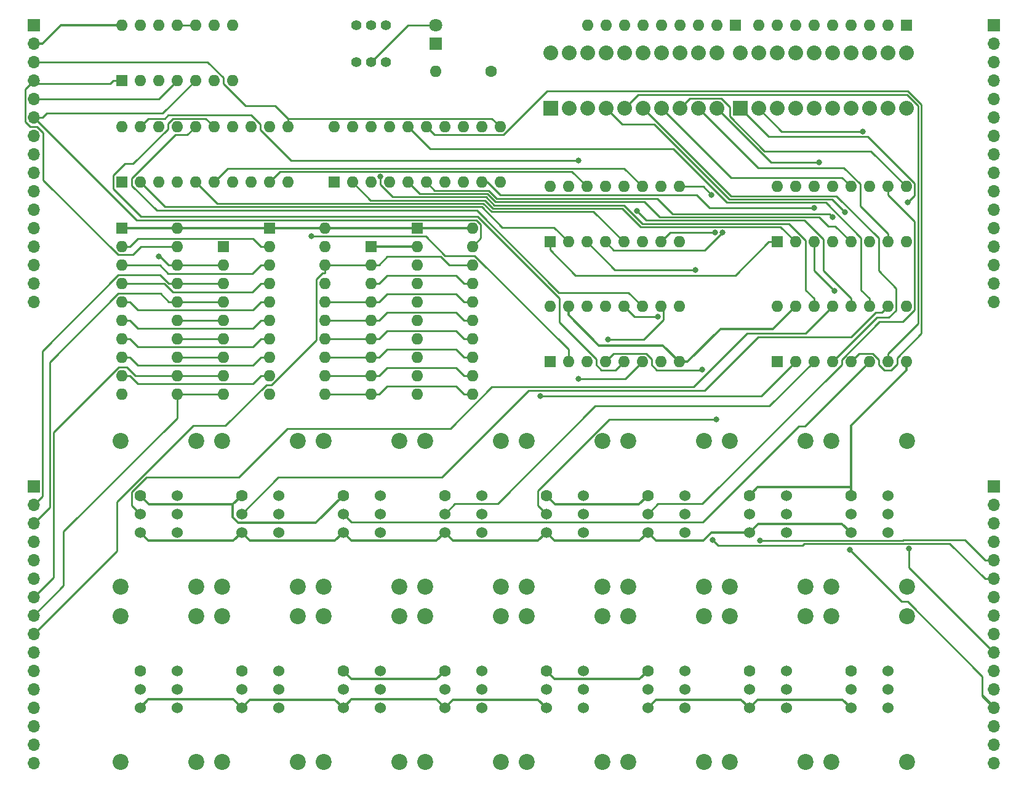
<source format=gtl>
G04 #@! TF.GenerationSoftware,KiCad,Pcbnew,(5.1.2)-2*
G04 #@! TF.CreationDate,2019-08-11T10:56:01+02:00*
G04 #@! TF.ProjectId,Memory-Access-Register,4d656d6f-7279-42d4-9163-636573732d52,rev?*
G04 #@! TF.SameCoordinates,Original*
G04 #@! TF.FileFunction,Copper,L1,Top*
G04 #@! TF.FilePolarity,Positive*
%FSLAX46Y46*%
G04 Gerber Fmt 4.6, Leading zero omitted, Abs format (unit mm)*
G04 Created by KiCad (PCBNEW (5.1.2)-2) date 2019-08-11 10:56:01*
%MOMM*%
%LPD*%
G04 APERTURE LIST*
%ADD10R,1.700000X1.700000*%
%ADD11O,1.700000X1.700000*%
%ADD12C,2.200000*%
%ADD13C,1.600000*%
%ADD14C,1.524000*%
%ADD15C,1.400000*%
%ADD16C,2.032000*%
%ADD17R,2.032000X2.032000*%
%ADD18C,1.800000*%
%ADD19R,1.800000X1.800000*%
%ADD20R,1.600000X1.600000*%
%ADD21O,1.600000X1.600000*%
%ADD22C,0.800000*%
%ADD23C,0.350000*%
%ADD24C,0.250000*%
G04 APERTURE END LIST*
D10*
X169545000Y-98425000D03*
D11*
X169545000Y-100965000D03*
X169545000Y-103505000D03*
X169545000Y-106045000D03*
X169545000Y-108585000D03*
X169545000Y-111125000D03*
X169545000Y-113665000D03*
X169545000Y-116205000D03*
X169545000Y-118745000D03*
X169545000Y-121285000D03*
X169545000Y-123825000D03*
X169545000Y-126365000D03*
X169545000Y-128905000D03*
X169545000Y-131445000D03*
X169545000Y-133985000D03*
X169545000Y-136525000D03*
D12*
X119253000Y-116332000D03*
X119253000Y-136398000D03*
X129667000Y-136398000D03*
X129667000Y-116332000D03*
D13*
X121920000Y-123825000D03*
D14*
X121920000Y-126365000D03*
X121920000Y-128905000D03*
X127000000Y-123825000D03*
X127000000Y-126365000D03*
X127000000Y-128905000D03*
D11*
X169545000Y-73025000D03*
X169545000Y-70485000D03*
X169545000Y-67945000D03*
X169545000Y-65405000D03*
X169545000Y-62865000D03*
X169545000Y-60325000D03*
X169545000Y-57785000D03*
X169545000Y-55245000D03*
X169545000Y-52705000D03*
X169545000Y-50165000D03*
X169545000Y-47625000D03*
X169545000Y-45085000D03*
X169545000Y-42545000D03*
X169545000Y-40005000D03*
X169545000Y-37465000D03*
D10*
X169545000Y-34925000D03*
D14*
X113030000Y-104775000D03*
X113030000Y-102235000D03*
X113030000Y-99695000D03*
X107950000Y-104775000D03*
X107950000Y-102235000D03*
D13*
X107950000Y-99695000D03*
D12*
X115697000Y-92202000D03*
X115697000Y-112268000D03*
X105283000Y-112268000D03*
X105283000Y-92202000D03*
X91313000Y-92202000D03*
X91313000Y-112268000D03*
X101727000Y-112268000D03*
X101727000Y-92202000D03*
D13*
X93980000Y-99695000D03*
D14*
X93980000Y-102235000D03*
X93980000Y-104775000D03*
X99060000Y-99695000D03*
X99060000Y-102235000D03*
X99060000Y-104775000D03*
X85090000Y-104775000D03*
X85090000Y-102235000D03*
X85090000Y-99695000D03*
X80010000Y-104775000D03*
X80010000Y-102235000D03*
D13*
X80010000Y-99695000D03*
D12*
X87757000Y-92202000D03*
X87757000Y-112268000D03*
X77343000Y-112268000D03*
X77343000Y-92202000D03*
X63373000Y-92202000D03*
X63373000Y-112268000D03*
X73787000Y-112268000D03*
X73787000Y-92202000D03*
D13*
X66040000Y-99695000D03*
D14*
X66040000Y-102235000D03*
X66040000Y-104775000D03*
X71120000Y-99695000D03*
X71120000Y-102235000D03*
X71120000Y-104775000D03*
X57150000Y-104775000D03*
X57150000Y-102235000D03*
X57150000Y-99695000D03*
X52070000Y-104775000D03*
X52070000Y-102235000D03*
D13*
X52070000Y-99695000D03*
D12*
X59817000Y-92202000D03*
X59817000Y-112268000D03*
X49403000Y-112268000D03*
X49403000Y-92202000D03*
X63373000Y-116332000D03*
X63373000Y-136398000D03*
X73787000Y-136398000D03*
X73787000Y-116332000D03*
D13*
X66040000Y-123825000D03*
D14*
X66040000Y-126365000D03*
X66040000Y-128905000D03*
X71120000Y-123825000D03*
X71120000Y-126365000D03*
X71120000Y-128905000D03*
X85090000Y-128905000D03*
X85090000Y-126365000D03*
X85090000Y-123825000D03*
X80010000Y-128905000D03*
X80010000Y-126365000D03*
D13*
X80010000Y-123825000D03*
D12*
X87757000Y-116332000D03*
X87757000Y-136398000D03*
X77343000Y-136398000D03*
X77343000Y-116332000D03*
X91313000Y-116332000D03*
X91313000Y-136398000D03*
X101727000Y-136398000D03*
X101727000Y-116332000D03*
D13*
X93980000Y-123825000D03*
D14*
X93980000Y-126365000D03*
X93980000Y-128905000D03*
X99060000Y-123825000D03*
X99060000Y-126365000D03*
X99060000Y-128905000D03*
X113030000Y-128905000D03*
X113030000Y-126365000D03*
X113030000Y-123825000D03*
X107950000Y-128905000D03*
X107950000Y-126365000D03*
D13*
X107950000Y-123825000D03*
D12*
X115697000Y-116332000D03*
X115697000Y-136398000D03*
X105283000Y-136398000D03*
X105283000Y-116332000D03*
D14*
X140970000Y-128905000D03*
X140970000Y-126365000D03*
X140970000Y-123825000D03*
X135890000Y-128905000D03*
X135890000Y-126365000D03*
D13*
X135890000Y-123825000D03*
D12*
X143637000Y-116332000D03*
X143637000Y-136398000D03*
X133223000Y-136398000D03*
X133223000Y-116332000D03*
X147193000Y-116332000D03*
X147193000Y-136398000D03*
X157607000Y-136398000D03*
X157607000Y-116332000D03*
D13*
X149860000Y-123825000D03*
D14*
X149860000Y-126365000D03*
X149860000Y-128905000D03*
X154940000Y-123825000D03*
X154940000Y-126365000D03*
X154940000Y-128905000D03*
X127000000Y-104775000D03*
X127000000Y-102235000D03*
X127000000Y-99695000D03*
X121920000Y-104775000D03*
X121920000Y-102235000D03*
D13*
X121920000Y-99695000D03*
D12*
X129667000Y-92202000D03*
X129667000Y-112268000D03*
X119253000Y-112268000D03*
X119253000Y-92202000D03*
X133223000Y-92202000D03*
X133223000Y-112268000D03*
X143637000Y-112268000D03*
X143637000Y-92202000D03*
D13*
X135890000Y-99695000D03*
D14*
X135890000Y-102235000D03*
X135890000Y-104775000D03*
X140970000Y-99695000D03*
X140970000Y-102235000D03*
X140970000Y-104775000D03*
X154940000Y-104775000D03*
X154940000Y-102235000D03*
X154940000Y-99695000D03*
X149860000Y-104775000D03*
X149860000Y-102235000D03*
D13*
X149860000Y-99695000D03*
D12*
X157607000Y-92202000D03*
X157607000Y-112268000D03*
X147193000Y-112268000D03*
X147193000Y-92202000D03*
X49403000Y-116332000D03*
X49403000Y-136398000D03*
X59817000Y-136398000D03*
X59817000Y-116332000D03*
D13*
X52070000Y-123825000D03*
D14*
X52070000Y-126365000D03*
X52070000Y-128905000D03*
X57150000Y-123825000D03*
X57150000Y-126365000D03*
X57150000Y-128905000D03*
D15*
X85852000Y-34925000D03*
X83820000Y-34925000D03*
X81788000Y-34925000D03*
X81788000Y-40005000D03*
X85852000Y-40005000D03*
X83820000Y-40005000D03*
D10*
X37465000Y-34925000D03*
D11*
X37465000Y-37465000D03*
X37465000Y-40005000D03*
X37465000Y-42545000D03*
X37465000Y-45085000D03*
X37465000Y-47625000D03*
X37465000Y-50165000D03*
X37465000Y-52705000D03*
X37465000Y-55245000D03*
X37465000Y-57785000D03*
X37465000Y-60325000D03*
X37465000Y-62865000D03*
X37465000Y-65405000D03*
X37465000Y-67945000D03*
X37465000Y-70485000D03*
X37465000Y-73025000D03*
X37465000Y-136525000D03*
X37465000Y-133985000D03*
X37465000Y-131445000D03*
X37465000Y-128905000D03*
X37465000Y-126365000D03*
X37465000Y-123825000D03*
X37465000Y-121285000D03*
X37465000Y-118745000D03*
X37465000Y-116205000D03*
X37465000Y-113665000D03*
X37465000Y-111125000D03*
X37465000Y-108585000D03*
X37465000Y-106045000D03*
X37465000Y-103505000D03*
X37465000Y-100965000D03*
D10*
X37465000Y-98425000D03*
D16*
X134620000Y-38735000D03*
X137160000Y-38735000D03*
X139700000Y-38735000D03*
X142240000Y-38735000D03*
X154940000Y-46355000D03*
X157480000Y-46355000D03*
X157480000Y-38735000D03*
X154940000Y-38735000D03*
X152400000Y-46355000D03*
X149860000Y-46355000D03*
X147320000Y-46355000D03*
X144780000Y-46355000D03*
X144780000Y-38735000D03*
X147320000Y-38735000D03*
X149860000Y-38735000D03*
X152400000Y-38735000D03*
X142240000Y-46355000D03*
X139700000Y-46355000D03*
X137160000Y-46355000D03*
D17*
X134620000Y-46355000D03*
X108585000Y-46355000D03*
D16*
X111125000Y-46355000D03*
X113665000Y-46355000D03*
X116205000Y-46355000D03*
X126365000Y-38735000D03*
X123825000Y-38735000D03*
X121285000Y-38735000D03*
X118745000Y-38735000D03*
X118745000Y-46355000D03*
X121285000Y-46355000D03*
X123825000Y-46355000D03*
X126365000Y-46355000D03*
X128905000Y-38735000D03*
X131445000Y-38735000D03*
X131445000Y-46355000D03*
X128905000Y-46355000D03*
X116205000Y-38735000D03*
X113665000Y-38735000D03*
X111125000Y-38735000D03*
X108585000Y-38735000D03*
D18*
X92710000Y-34925000D03*
D19*
X92710000Y-37465000D03*
D20*
X49530000Y-42545000D03*
D21*
X64770000Y-34925000D03*
X52070000Y-42545000D03*
X62230000Y-34925000D03*
X54610000Y-42545000D03*
X59690000Y-34925000D03*
X57150000Y-42545000D03*
X57150000Y-34925000D03*
X59690000Y-42545000D03*
X54610000Y-34925000D03*
X62230000Y-42545000D03*
X52070000Y-34925000D03*
X64770000Y-42545000D03*
X49530000Y-34925000D03*
X139700000Y-73660000D03*
X157480000Y-81280000D03*
X142240000Y-73660000D03*
X154940000Y-81280000D03*
X144780000Y-73660000D03*
X152400000Y-81280000D03*
X147320000Y-73660000D03*
X149860000Y-81280000D03*
X149860000Y-73660000D03*
X147320000Y-81280000D03*
X152400000Y-73660000D03*
X144780000Y-81280000D03*
X154940000Y-73660000D03*
X142240000Y-81280000D03*
X157480000Y-73660000D03*
D20*
X139700000Y-81280000D03*
X108458000Y-81280000D03*
D21*
X126238000Y-73660000D03*
X110998000Y-81280000D03*
X123698000Y-73660000D03*
X113538000Y-81280000D03*
X121158000Y-73660000D03*
X116078000Y-81280000D03*
X118618000Y-73660000D03*
X118618000Y-81280000D03*
X116078000Y-73660000D03*
X121158000Y-81280000D03*
X113538000Y-73660000D03*
X123698000Y-81280000D03*
X110998000Y-73660000D03*
X126238000Y-81280000D03*
X108458000Y-73660000D03*
X139700000Y-57150000D03*
X157480000Y-64770000D03*
X142240000Y-57150000D03*
X154940000Y-64770000D03*
X144780000Y-57150000D03*
X152400000Y-64770000D03*
X147320000Y-57150000D03*
X149860000Y-64770000D03*
X149860000Y-57150000D03*
X147320000Y-64770000D03*
X152400000Y-57150000D03*
X144780000Y-64770000D03*
X154940000Y-57150000D03*
X142240000Y-64770000D03*
X157480000Y-57150000D03*
D20*
X139700000Y-64770000D03*
X108458000Y-64770000D03*
D21*
X126238000Y-57150000D03*
X110998000Y-64770000D03*
X123698000Y-57150000D03*
X113538000Y-64770000D03*
X121158000Y-57150000D03*
X116078000Y-64770000D03*
X118618000Y-57150000D03*
X118618000Y-64770000D03*
X116078000Y-57150000D03*
X121158000Y-64770000D03*
X113538000Y-57150000D03*
X123698000Y-64770000D03*
X110998000Y-57150000D03*
X126238000Y-64770000D03*
X108458000Y-57150000D03*
D20*
X78740000Y-56515000D03*
D21*
X101600000Y-48895000D03*
X81280000Y-56515000D03*
X99060000Y-48895000D03*
X83820000Y-56515000D03*
X96520000Y-48895000D03*
X86360000Y-56515000D03*
X93980000Y-48895000D03*
X88900000Y-56515000D03*
X91440000Y-48895000D03*
X91440000Y-56515000D03*
X88900000Y-48895000D03*
X93980000Y-56515000D03*
X86360000Y-48895000D03*
X96520000Y-56515000D03*
X83820000Y-48895000D03*
X99060000Y-56515000D03*
X81280000Y-48895000D03*
X101600000Y-56515000D03*
X78740000Y-48895000D03*
X49530000Y-48895000D03*
X72390000Y-56515000D03*
X52070000Y-48895000D03*
X69850000Y-56515000D03*
X54610000Y-48895000D03*
X67310000Y-56515000D03*
X57150000Y-48895000D03*
X64770000Y-56515000D03*
X59690000Y-48895000D03*
X62230000Y-56515000D03*
X62230000Y-48895000D03*
X59690000Y-56515000D03*
X64770000Y-48895000D03*
X57150000Y-56515000D03*
X67310000Y-48895000D03*
X54610000Y-56515000D03*
X69850000Y-48895000D03*
X52070000Y-56515000D03*
X72390000Y-48895000D03*
D20*
X49530000Y-56515000D03*
X90170000Y-62865000D03*
D21*
X97790000Y-85725000D03*
X90170000Y-65405000D03*
X97790000Y-83185000D03*
X90170000Y-67945000D03*
X97790000Y-80645000D03*
X90170000Y-70485000D03*
X97790000Y-78105000D03*
X90170000Y-73025000D03*
X97790000Y-75565000D03*
X90170000Y-75565000D03*
X97790000Y-73025000D03*
X90170000Y-78105000D03*
X97790000Y-70485000D03*
X90170000Y-80645000D03*
X97790000Y-67945000D03*
X90170000Y-83185000D03*
X97790000Y-65405000D03*
X90170000Y-85725000D03*
X97790000Y-62865000D03*
X77470000Y-62865000D03*
X69850000Y-85725000D03*
X77470000Y-65405000D03*
X69850000Y-83185000D03*
X77470000Y-67945000D03*
X69850000Y-80645000D03*
X77470000Y-70485000D03*
X69850000Y-78105000D03*
X77470000Y-73025000D03*
X69850000Y-75565000D03*
X77470000Y-75565000D03*
X69850000Y-73025000D03*
X77470000Y-78105000D03*
X69850000Y-70485000D03*
X77470000Y-80645000D03*
X69850000Y-67945000D03*
X77470000Y-83185000D03*
X69850000Y-65405000D03*
X77470000Y-85725000D03*
D20*
X69850000Y-62865000D03*
X49530000Y-62865000D03*
D21*
X57150000Y-85725000D03*
X49530000Y-65405000D03*
X57150000Y-83185000D03*
X49530000Y-67945000D03*
X57150000Y-80645000D03*
X49530000Y-70485000D03*
X57150000Y-78105000D03*
X49530000Y-73025000D03*
X57150000Y-75565000D03*
X49530000Y-75565000D03*
X57150000Y-73025000D03*
X49530000Y-78105000D03*
X57150000Y-70485000D03*
X49530000Y-80645000D03*
X57150000Y-67945000D03*
X49530000Y-83185000D03*
X57150000Y-65405000D03*
X49530000Y-85725000D03*
X57150000Y-62865000D03*
X137160000Y-34925000D03*
X139700000Y-34925000D03*
X142240000Y-34925000D03*
X144780000Y-34925000D03*
X147320000Y-34925000D03*
X149860000Y-34925000D03*
X152400000Y-34925000D03*
X154940000Y-34925000D03*
D20*
X157480000Y-34925000D03*
X83820000Y-65405000D03*
D21*
X83820000Y-67945000D03*
X83820000Y-70485000D03*
X83820000Y-73025000D03*
X83820000Y-75565000D03*
X83820000Y-78105000D03*
X83820000Y-80645000D03*
X83820000Y-83185000D03*
X83820000Y-85725000D03*
X113665000Y-34925000D03*
X116205000Y-34925000D03*
X118745000Y-34925000D03*
X121285000Y-34925000D03*
X123825000Y-34925000D03*
X126365000Y-34925000D03*
X128905000Y-34925000D03*
X131445000Y-34925000D03*
D20*
X133985000Y-34925000D03*
X63500000Y-65405000D03*
D21*
X63500000Y-67945000D03*
X63500000Y-70485000D03*
X63500000Y-73025000D03*
X63500000Y-75565000D03*
X63500000Y-78105000D03*
X63500000Y-80645000D03*
X63500000Y-83185000D03*
X63500000Y-85725000D03*
D13*
X100330000Y-41275000D03*
D21*
X92710000Y-41275000D03*
D22*
X54610000Y-66743600D03*
X112412700Y-53535400D03*
X75641700Y-63990400D03*
X107178900Y-86005300D03*
X147368400Y-61334400D03*
X85090000Y-55797400D03*
X144780000Y-60063500D03*
X128517500Y-68622900D03*
X132247900Y-63423400D03*
X130699400Y-58289100D03*
X131202300Y-63438100D03*
X157853500Y-106994000D03*
X145521000Y-53821300D03*
X147627600Y-71533800D03*
X131387700Y-89215000D03*
X157677400Y-59300700D03*
X123327000Y-75102900D03*
X129386100Y-82361500D03*
X137330400Y-105862400D03*
X151483900Y-49560800D03*
X116500200Y-78181000D03*
X112428300Y-83584700D03*
X130814700Y-105772300D03*
X149087600Y-60669300D03*
X149711300Y-107148100D03*
X120441700Y-60492500D03*
D23*
X66040000Y-99695000D02*
X64849400Y-100885600D01*
X149860000Y-98551900D02*
X149860000Y-99695000D01*
X149860000Y-98551900D02*
X137033100Y-98551900D01*
X137033100Y-98551900D02*
X135890000Y-99695000D01*
X64849400Y-100885600D02*
X53260600Y-100885600D01*
X53260600Y-100885600D02*
X52070000Y-99695000D01*
X76284600Y-103420400D02*
X65604000Y-103420400D01*
X80010000Y-99695000D02*
X76284600Y-103420400D01*
X65604000Y-103420400D02*
X64849400Y-102665800D01*
X64849400Y-102665800D02*
X64849400Y-100885600D01*
X81147400Y-124962400D02*
X80010000Y-123825000D01*
X92842600Y-124962400D02*
X81147400Y-124962400D01*
X93980000Y-123825000D02*
X92842600Y-124962400D01*
X121920000Y-123825000D02*
X120782600Y-124962400D01*
X109087400Y-124962400D02*
X107950000Y-123825000D01*
X120782600Y-124962400D02*
X109087400Y-124962400D01*
X120729400Y-100885600D02*
X109140600Y-100885600D01*
X109140600Y-100885600D02*
X107950000Y-99695000D01*
X121920000Y-99695000D02*
X120729400Y-100885600D01*
X157480000Y-81280000D02*
X157480000Y-82455300D01*
X149860000Y-90075300D02*
X149860000Y-98551900D01*
X157480000Y-82455300D02*
X149860000Y-90075300D01*
X90170000Y-65405000D02*
X83820000Y-65405000D01*
X110998000Y-74835300D02*
X110998000Y-73660000D01*
X115200100Y-79037400D02*
X110998000Y-74835300D01*
X123995400Y-79037400D02*
X115200100Y-79037400D01*
X126238000Y-81280000D02*
X123995400Y-79037400D01*
X127413300Y-81280000D02*
X126238000Y-81280000D01*
X131912400Y-76780900D02*
X127413300Y-81280000D01*
X139119100Y-76780900D02*
X131912400Y-76780900D01*
X142240000Y-73660000D02*
X139119100Y-76780900D01*
D24*
X57150000Y-67945000D02*
X56024700Y-67945000D01*
X56024700Y-67945000D02*
X54823300Y-66743600D01*
X54823300Y-66743600D02*
X54610000Y-66743600D01*
X63500000Y-67945000D02*
X57150000Y-67945000D01*
X63500000Y-70485000D02*
X57150000Y-70485000D01*
X56024700Y-70485000D02*
X57150000Y-70485000D01*
X54852600Y-69312900D02*
X56024700Y-70485000D01*
X49090200Y-69312900D02*
X54852600Y-69312900D01*
X38640300Y-79762800D02*
X49090200Y-69312900D01*
X38640300Y-99789700D02*
X38640300Y-79762800D01*
X37465000Y-100965000D02*
X38640300Y-99789700D01*
X63500000Y-73025000D02*
X57150000Y-73025000D01*
X56024700Y-73025000D02*
X57150000Y-73025000D01*
X54884100Y-71884400D02*
X56024700Y-73025000D01*
X49062200Y-71884400D02*
X54884100Y-71884400D01*
X39635900Y-81310700D02*
X49062200Y-71884400D01*
X39635900Y-101334100D02*
X39635900Y-81310700D01*
X37465000Y-103505000D02*
X39635900Y-101334100D01*
X63500000Y-75565000D02*
X57150000Y-75565000D01*
X63500000Y-78105000D02*
X57150000Y-78105000D01*
X63500000Y-80645000D02*
X57150000Y-80645000D01*
X63500000Y-83185000D02*
X57150000Y-83185000D01*
X51407000Y-83185000D02*
X57150000Y-83185000D01*
X50227500Y-82005500D02*
X51407000Y-83185000D01*
X49112700Y-82005500D02*
X50227500Y-82005500D01*
X40150300Y-90967900D02*
X49112700Y-82005500D01*
X40150300Y-110979700D02*
X40150300Y-90967900D01*
X37465000Y-113665000D02*
X40150300Y-110979700D01*
X63500000Y-85725000D02*
X57150000Y-85725000D01*
X57150000Y-89063800D02*
X57150000Y-85725000D01*
X41566900Y-104646900D02*
X57150000Y-89063800D01*
X41566900Y-112103100D02*
X41566900Y-104646900D01*
X37465000Y-116205000D02*
X41566900Y-112103100D01*
X84945300Y-67945000D02*
X86102700Y-66787600D01*
X86102700Y-66787600D02*
X93450200Y-66787600D01*
X93450200Y-66787600D02*
X94607600Y-67945000D01*
X94607600Y-67945000D02*
X97790000Y-67945000D01*
X83820000Y-67945000D02*
X84945300Y-67945000D01*
X77470000Y-67945000D02*
X83820000Y-67945000D01*
X77188600Y-69070300D02*
X77470000Y-69070300D01*
X76344700Y-78286500D02*
X76344700Y-69914200D01*
X70176200Y-84455000D02*
X76344700Y-78286500D01*
X37465000Y-118745000D02*
X48875100Y-107334900D01*
X77470000Y-69070300D02*
X77470000Y-67945000D01*
X48875100Y-107334900D02*
X48875100Y-100568500D01*
X48875100Y-100568500D02*
X59361900Y-90081700D01*
X59361900Y-90081700D02*
X63809600Y-90081700D01*
X76344700Y-69914200D02*
X77188600Y-69070300D01*
X63809600Y-90081700D02*
X69436300Y-84455000D01*
X69436300Y-84455000D02*
X70176200Y-84455000D01*
X97790000Y-70485000D02*
X96664700Y-70485000D01*
X83820000Y-70485000D02*
X84945300Y-70485000D01*
X84945300Y-70485000D02*
X86070600Y-69359700D01*
X86070600Y-69359700D02*
X95539400Y-69359700D01*
X95539400Y-69359700D02*
X96664700Y-70485000D01*
X97790000Y-73025000D02*
X96664700Y-73025000D01*
X83820000Y-73025000D02*
X84945300Y-73025000D01*
X84945300Y-73025000D02*
X86070600Y-71899700D01*
X86070600Y-71899700D02*
X95539400Y-71899700D01*
X95539400Y-71899700D02*
X96664700Y-73025000D01*
X77470000Y-73025000D02*
X83820000Y-73025000D01*
X84945300Y-75565000D02*
X86070600Y-74439700D01*
X86070600Y-74439700D02*
X95539400Y-74439700D01*
X95539400Y-74439700D02*
X96664700Y-75565000D01*
X97790000Y-75565000D02*
X96664700Y-75565000D01*
X83820000Y-75565000D02*
X84945300Y-75565000D01*
X77470000Y-75565000D02*
X83820000Y-75565000D01*
X97790000Y-78105000D02*
X96664700Y-78105000D01*
X83820000Y-78105000D02*
X84945300Y-78105000D01*
X84945300Y-78105000D02*
X86070600Y-76979700D01*
X86070600Y-76979700D02*
X95539400Y-76979700D01*
X95539400Y-76979700D02*
X96664700Y-78105000D01*
X77470000Y-78105000D02*
X83820000Y-78105000D01*
X97790000Y-80645000D02*
X96664700Y-80645000D01*
X83820000Y-80645000D02*
X84945300Y-80645000D01*
X84945300Y-80645000D02*
X86070600Y-79519700D01*
X86070600Y-79519700D02*
X95539400Y-79519700D01*
X95539400Y-79519700D02*
X96664700Y-80645000D01*
X77470000Y-80645000D02*
X83820000Y-80645000D01*
X97790000Y-83185000D02*
X96664700Y-83185000D01*
X83820000Y-83185000D02*
X84945300Y-83185000D01*
X84945300Y-83185000D02*
X86070600Y-82059700D01*
X86070600Y-82059700D02*
X95539400Y-82059700D01*
X95539400Y-82059700D02*
X96664700Y-83185000D01*
X77470000Y-83185000D02*
X83820000Y-83185000D01*
X97790000Y-85725000D02*
X96664700Y-85725000D01*
X83820000Y-85725000D02*
X84945300Y-85725000D01*
X84945300Y-85725000D02*
X86070600Y-84599700D01*
X86070600Y-84599700D02*
X95539400Y-84599700D01*
X95539400Y-84599700D02*
X96664700Y-85725000D01*
X77470000Y-85725000D02*
X83820000Y-85725000D01*
D23*
X135890000Y-104775000D02*
X137080600Y-103584400D01*
X137080600Y-103584400D02*
X148669400Y-103584400D01*
X148669400Y-103584400D02*
X149860000Y-104775000D01*
X121920000Y-104775000D02*
X123057400Y-105912400D01*
X123057400Y-105912400D02*
X129578200Y-105912400D01*
X129578200Y-105912400D02*
X130715600Y-104775000D01*
X130715600Y-104775000D02*
X135890000Y-104775000D01*
X66040000Y-128905000D02*
X64888000Y-127753000D01*
X64888000Y-127753000D02*
X53222000Y-127753000D01*
X53222000Y-127753000D02*
X52070000Y-128905000D01*
X80010000Y-128905000D02*
X78871500Y-127766500D01*
X78871500Y-127766500D02*
X67178500Y-127766500D01*
X67178500Y-127766500D02*
X66040000Y-128905000D01*
X37465000Y-37465000D02*
X38690300Y-37465000D01*
X49530000Y-34925000D02*
X41230300Y-34925000D01*
X41230300Y-34925000D02*
X38690300Y-37465000D01*
X78645300Y-62865000D02*
X88994700Y-62865000D01*
X80010000Y-104775000D02*
X81147400Y-105912400D01*
X81147400Y-105912400D02*
X92842600Y-105912400D01*
X92842600Y-105912400D02*
X93980000Y-104775000D01*
X80010000Y-104775000D02*
X78872600Y-105912400D01*
X78872600Y-105912400D02*
X67177400Y-105912400D01*
X67177400Y-105912400D02*
X66040000Y-104775000D01*
X93980000Y-128905000D02*
X92828200Y-127753200D01*
X92828200Y-127753200D02*
X81161800Y-127753200D01*
X81161800Y-127753200D02*
X80010000Y-128905000D01*
X93980000Y-128905000D02*
X95117400Y-127767600D01*
X95117400Y-127767600D02*
X106812600Y-127767600D01*
X106812600Y-127767600D02*
X107950000Y-128905000D01*
X69850000Y-62865000D02*
X71025300Y-62865000D01*
X77470000Y-62865000D02*
X76294700Y-62865000D01*
X76294700Y-62865000D02*
X71025300Y-62865000D01*
X121920000Y-128905000D02*
X123057400Y-127767600D01*
X123057400Y-127767600D02*
X134752600Y-127767600D01*
X134752600Y-127767600D02*
X135890000Y-128905000D01*
X77470000Y-62865000D02*
X78645300Y-62865000D01*
X90170000Y-62865000D02*
X88994700Y-62865000D01*
X121920000Y-104775000D02*
X120782600Y-105912400D01*
X120782600Y-105912400D02*
X109087400Y-105912400D01*
X109087400Y-105912400D02*
X107950000Y-104775000D01*
X107950000Y-104775000D02*
X106812600Y-105912400D01*
X106812600Y-105912400D02*
X95117400Y-105912400D01*
X95117400Y-105912400D02*
X93980000Y-104775000D01*
X52070000Y-104775000D02*
X53207400Y-105912400D01*
X53207400Y-105912400D02*
X64902600Y-105912400D01*
X64902600Y-105912400D02*
X66040000Y-104775000D01*
X149860000Y-128905000D02*
X148722600Y-127767600D01*
X148722600Y-127767600D02*
X137027400Y-127767600D01*
X137027400Y-127767600D02*
X135890000Y-128905000D01*
X97790000Y-62865000D02*
X90170000Y-62865000D01*
X57150000Y-62865000D02*
X50705300Y-62865000D01*
X69850000Y-62865000D02*
X57150000Y-62865000D01*
X49530000Y-62865000D02*
X50705300Y-62865000D01*
D24*
X49530000Y-65405000D02*
X50655300Y-65405000D01*
X69850000Y-65405000D02*
X68724700Y-65405000D01*
X68724700Y-65405000D02*
X67599400Y-64279700D01*
X67599400Y-64279700D02*
X51780600Y-64279700D01*
X51780600Y-64279700D02*
X50655300Y-65405000D01*
X69850000Y-67945000D02*
X68724700Y-67945000D01*
X68724700Y-67945000D02*
X67551200Y-69118500D01*
X67551200Y-69118500D02*
X55959100Y-69118500D01*
X55959100Y-69118500D02*
X54785600Y-67945000D01*
X54785600Y-67945000D02*
X49530000Y-67945000D01*
X69850000Y-70485000D02*
X68724700Y-70485000D01*
X68724700Y-70485000D02*
X67542900Y-71666800D01*
X67542900Y-71666800D02*
X56569600Y-71666800D01*
X56569600Y-71666800D02*
X55387800Y-70485000D01*
X55387800Y-70485000D02*
X49530000Y-70485000D01*
X49530000Y-73025000D02*
X50655300Y-73025000D01*
X69850000Y-73025000D02*
X68724700Y-73025000D01*
X68724700Y-73025000D02*
X67599400Y-74150300D01*
X67599400Y-74150300D02*
X51780600Y-74150300D01*
X51780600Y-74150300D02*
X50655300Y-73025000D01*
X49530000Y-75565000D02*
X50655300Y-75565000D01*
X69850000Y-75565000D02*
X68724700Y-75565000D01*
X68724700Y-75565000D02*
X67599400Y-76690300D01*
X67599400Y-76690300D02*
X51780600Y-76690300D01*
X51780600Y-76690300D02*
X50655300Y-75565000D01*
X49530000Y-78105000D02*
X50655300Y-78105000D01*
X69850000Y-78105000D02*
X68724700Y-78105000D01*
X68724700Y-78105000D02*
X67599400Y-79230300D01*
X67599400Y-79230300D02*
X51780600Y-79230300D01*
X51780600Y-79230300D02*
X50655300Y-78105000D01*
X49530000Y-80645000D02*
X50655300Y-80645000D01*
X69850000Y-80645000D02*
X68724700Y-80645000D01*
X68724700Y-80645000D02*
X67599400Y-81770300D01*
X67599400Y-81770300D02*
X51780600Y-81770300D01*
X51780600Y-81770300D02*
X50655300Y-80645000D01*
X49530000Y-83185000D02*
X50655300Y-83185000D01*
X69850000Y-83185000D02*
X68724700Y-83185000D01*
X68724700Y-83185000D02*
X67599400Y-84310300D01*
X67599400Y-84310300D02*
X51780600Y-84310300D01*
X51780600Y-84310300D02*
X50655300Y-83185000D01*
X49530000Y-42545000D02*
X48404700Y-42545000D01*
X37465000Y-42952200D02*
X47997500Y-42952200D01*
X47997500Y-42952200D02*
X48404700Y-42545000D01*
X37465000Y-42545000D02*
X37465000Y-42952200D01*
X51066400Y-66535600D02*
X52197000Y-65405000D01*
X49066200Y-66535600D02*
X51066400Y-66535600D01*
X52197000Y-65405000D02*
X57150000Y-65405000D01*
X38753900Y-56223300D02*
X49066200Y-66535600D01*
X36289700Y-43720300D02*
X36289700Y-48206900D01*
X36289700Y-48206900D02*
X36977800Y-48895000D01*
X36977800Y-48895000D02*
X37862800Y-48895000D01*
X37465000Y-42545000D02*
X36289700Y-43720300D01*
X37862800Y-48895000D02*
X38753900Y-49786100D01*
X38753900Y-49786100D02*
X38753900Y-56223300D01*
X54610000Y-45085000D02*
X53213000Y-45085000D01*
X57150000Y-42545000D02*
X54610000Y-45085000D01*
X53213000Y-45085000D02*
X37465000Y-45085000D01*
X38667081Y-47625000D02*
X37465000Y-47625000D01*
X39231381Y-47060700D02*
X38667081Y-47625000D01*
X55174300Y-47060700D02*
X39231381Y-47060700D01*
X59690000Y-42545000D02*
X55174300Y-47060700D01*
X51579500Y-61739500D02*
X37465000Y-47625000D01*
X97790000Y-65405000D02*
X98930500Y-64264500D01*
X98930500Y-64264500D02*
X98930500Y-62361900D01*
X98930500Y-62361900D02*
X98308200Y-61739600D01*
X98308200Y-61739600D02*
X52681400Y-61739600D01*
X52681400Y-61739600D02*
X52681300Y-61739500D01*
X52681300Y-61739500D02*
X51579500Y-61739500D01*
X72821600Y-53535400D02*
X112412700Y-53535400D01*
X52070000Y-48895000D02*
X53195400Y-47769600D01*
X53195400Y-47769600D02*
X55468400Y-47769600D01*
X55468400Y-47769600D02*
X55918700Y-47319300D01*
X68580000Y-49293800D02*
X72821600Y-53535400D01*
X55918700Y-47319300D02*
X67332200Y-47319300D01*
X67332200Y-47319300D02*
X68580000Y-48567100D01*
X68580000Y-48567100D02*
X68580000Y-49293800D01*
X71292900Y-55072100D02*
X69850000Y-56515000D01*
X111460100Y-55072100D02*
X71292900Y-55072100D01*
X113538000Y-57150000D02*
X111460100Y-55072100D01*
X98443000Y-60454400D02*
X109714800Y-71726200D01*
X59690000Y-48895000D02*
X58564700Y-50020300D01*
X58564700Y-50020300D02*
X56931500Y-50020300D01*
X119224200Y-71726200D02*
X121158000Y-73660000D01*
X56931500Y-50020300D02*
X50944100Y-56007700D01*
X50944100Y-56007700D02*
X50944100Y-57005200D01*
X109714800Y-71726200D02*
X119224200Y-71726200D01*
X50944100Y-57005200D02*
X54393300Y-60454400D01*
X54393300Y-60454400D02*
X98443000Y-60454400D01*
X64123200Y-54621800D02*
X62230000Y-56515000D01*
X118629800Y-54621800D02*
X64123200Y-54621800D01*
X121158000Y-57150000D02*
X118629800Y-54621800D01*
X117461000Y-82437000D02*
X118618000Y-81280000D01*
X51132000Y-53970500D02*
X49984500Y-53970500D01*
X55880000Y-48504700D02*
X55880000Y-49222500D01*
X114808000Y-81676100D02*
X115568900Y-82437000D01*
X62230000Y-48895000D02*
X61104600Y-47769600D01*
X61104600Y-47769600D02*
X56615100Y-47769600D01*
X49984500Y-53970500D02*
X48391200Y-55563800D01*
X56615100Y-47769600D02*
X55880000Y-48504700D01*
X48391200Y-57449400D02*
X52231000Y-61289200D01*
X55880000Y-49222500D02*
X51132000Y-53970500D01*
X52231000Y-61289200D02*
X98534400Y-61289200D01*
X98534400Y-61289200D02*
X109740100Y-72494900D01*
X48391200Y-55563800D02*
X48391200Y-57449400D01*
X109740100Y-72494900D02*
X109740100Y-75829800D01*
X114808000Y-80897700D02*
X114808000Y-81676100D01*
X109740100Y-75829800D02*
X114808000Y-80897700D01*
X115568900Y-82437000D02*
X117461000Y-82437000D01*
X114448800Y-60600800D02*
X118618000Y-64770000D01*
X100420300Y-60600800D02*
X114448800Y-60600800D01*
X99307500Y-59488000D02*
X100420300Y-60600800D01*
X62663000Y-59488000D02*
X99307500Y-59488000D01*
X59690000Y-56515000D02*
X62663000Y-59488000D01*
X75641700Y-63990400D02*
X91366900Y-63990400D01*
X91366900Y-63990400D02*
X94051500Y-66675000D01*
X94051500Y-66675000D02*
X98112400Y-66675000D01*
X98112400Y-66675000D02*
X110998000Y-79560600D01*
X110998000Y-79560600D02*
X110998000Y-81280000D01*
X108979300Y-62751300D02*
X110998000Y-64770000D01*
X101933900Y-62751300D02*
X108979300Y-62751300D01*
X99120900Y-59938300D02*
X101933900Y-62751300D01*
X55493300Y-59938300D02*
X99120900Y-59938300D01*
X52070000Y-56515000D02*
X55493300Y-59938300D01*
X37465000Y-40005000D02*
X61354400Y-40005000D01*
X61354400Y-40005000D02*
X63500000Y-42150600D01*
X63500000Y-42150600D02*
X63500000Y-42931700D01*
X63500000Y-42931700D02*
X66587400Y-46019100D01*
X66587400Y-46019100D02*
X70639400Y-46019100D01*
X70639400Y-46019100D02*
X72390000Y-47769700D01*
X72390000Y-48895000D02*
X72390000Y-47769700D01*
X101600000Y-48895000D02*
X100474700Y-47769700D01*
X100474700Y-47769700D02*
X99169300Y-47769700D01*
X72390000Y-47769700D02*
X99169300Y-47769700D01*
X83802700Y-59037700D02*
X81280000Y-56515000D01*
X142240000Y-64770000D02*
X140168100Y-62698100D01*
X140168100Y-62698100D02*
X120984700Y-62698100D01*
X120984700Y-62698100D02*
X118437100Y-60150500D01*
X118437100Y-60150500D02*
X100606900Y-60150500D01*
X100606900Y-60150500D02*
X99494100Y-59037700D01*
X99494100Y-59037700D02*
X83802700Y-59037700D01*
X137514700Y-86005300D02*
X136551300Y-86005300D01*
X142240000Y-81280000D02*
X137514700Y-86005300D01*
X107178900Y-86005300D02*
X136551300Y-86005300D01*
X90522100Y-58137100D02*
X88900000Y-56515000D01*
X99867300Y-58137100D02*
X90522100Y-58137100D01*
X100980100Y-59249900D02*
X99867300Y-58137100D01*
X149860000Y-64770000D02*
X147730700Y-62640700D01*
X147730700Y-62640700D02*
X146782300Y-62640700D01*
X146782300Y-62640700D02*
X145488800Y-61347200D01*
X145488800Y-61347200D02*
X123545500Y-61347200D01*
X123545500Y-61347200D02*
X121448200Y-59249900D01*
X121448200Y-59249900D02*
X100980100Y-59249900D01*
X150997400Y-80142600D02*
X149860000Y-81280000D01*
X153743900Y-80995900D02*
X152890600Y-80142600D01*
X154492500Y-82432700D02*
X153743900Y-81684100D01*
X153743900Y-81684100D02*
X153743900Y-80995900D01*
X155379000Y-82432700D02*
X154492500Y-82432700D01*
X152890600Y-80142600D02*
X150997400Y-80142600D01*
X159580600Y-77379200D02*
X156210000Y-80749800D01*
X91440000Y-48895000D02*
X92565300Y-50020300D01*
X92565300Y-50020300D02*
X102083900Y-50020300D01*
X156210000Y-81601700D02*
X155379000Y-82432700D01*
X102083900Y-50020300D02*
X108081300Y-44022900D01*
X108081300Y-44022900D02*
X157728300Y-44022900D01*
X156210000Y-80749800D02*
X156210000Y-81601700D01*
X157728300Y-44022900D02*
X159580600Y-45875200D01*
X159580600Y-45875200D02*
X159580600Y-77379200D01*
X146930900Y-60896900D02*
X147368400Y-61334400D01*
X91440000Y-56515000D02*
X92611800Y-57686800D01*
X92611800Y-57686800D02*
X100053900Y-57686800D01*
X100053900Y-57686800D02*
X101166700Y-58799600D01*
X101166700Y-58799600D02*
X123244500Y-58799600D01*
X123244500Y-58799600D02*
X125341800Y-60896900D01*
X125341800Y-60896900D02*
X146930900Y-60896900D01*
X144780000Y-72534700D02*
X143654700Y-71409400D01*
X143654700Y-71409400D02*
X143654700Y-64574700D01*
X143654700Y-64574700D02*
X141327800Y-62247800D01*
X141327800Y-62247800D02*
X121171300Y-62247800D01*
X121171300Y-62247800D02*
X118623700Y-59700200D01*
X118623700Y-59700200D02*
X100793500Y-59700200D01*
X100793500Y-59700200D02*
X99680700Y-58587400D01*
X99680700Y-58587400D02*
X86800100Y-58587400D01*
X86800100Y-58587400D02*
X85090000Y-56877300D01*
X85090000Y-56877300D02*
X85090000Y-55797400D01*
X144780000Y-73660000D02*
X144780000Y-72534700D01*
X130425100Y-60063500D02*
X144780000Y-60063500D01*
X128637000Y-58275400D02*
X130425100Y-60063500D01*
X101664300Y-58275400D02*
X128637000Y-58275400D01*
X99903900Y-56515000D02*
X101664300Y-58275400D01*
X99060000Y-56515000D02*
X99903900Y-56515000D01*
X152400000Y-72534700D02*
X152400000Y-73660000D01*
X151274700Y-71409400D02*
X152400000Y-72534700D01*
X88900000Y-48895000D02*
X91973100Y-51968100D01*
X91973100Y-51968100D02*
X125404200Y-51968100D01*
X125404200Y-51968100D02*
X132770100Y-59334000D01*
X132770100Y-59334000D02*
X146393800Y-59334000D01*
X146393800Y-59334000D02*
X151274700Y-64214900D01*
X151274700Y-64214900D02*
X151274700Y-71409400D01*
X92710000Y-34925000D02*
X88900000Y-34925000D01*
X88900000Y-34925000D02*
X83820000Y-40005000D01*
X138574700Y-64770000D02*
X139700000Y-64770000D01*
X133994500Y-69350200D02*
X138574700Y-64770000D01*
X111988200Y-69350200D02*
X133994500Y-69350200D01*
X108458000Y-65820000D02*
X111988200Y-69350200D01*
X108458000Y-64770000D02*
X108458000Y-65820000D01*
X117390900Y-68622900D02*
X118787900Y-68622900D01*
X113538000Y-64770000D02*
X117390900Y-68622900D01*
X118787900Y-68622900D02*
X128517500Y-68622900D01*
X129765400Y-65905900D02*
X132247900Y-63423400D01*
X117213900Y-65905900D02*
X129765400Y-65905900D01*
X116078000Y-64770000D02*
X117213900Y-65905900D01*
X126238000Y-57150000D02*
X129560300Y-57150000D01*
X129560300Y-57150000D02*
X130699400Y-58289100D01*
X125029900Y-63438100D02*
X126299900Y-63438100D01*
X123698000Y-64770000D02*
X125029900Y-63438100D01*
X126299900Y-63438100D02*
X131202300Y-63438100D01*
X128905000Y-46355000D02*
X137096600Y-54546600D01*
X137096600Y-54546600D02*
X148866100Y-54546600D01*
X148866100Y-54546600D02*
X151130000Y-56810500D01*
X151130000Y-56810500D02*
X151130000Y-59834700D01*
X151130000Y-59834700D02*
X154940000Y-63644700D01*
X154940000Y-64770000D02*
X154940000Y-63644700D01*
X157853500Y-106994000D02*
X157853500Y-108450500D01*
X157853500Y-109593500D02*
X157853500Y-108973500D01*
X169545000Y-121285000D02*
X157853500Y-109593500D01*
X157853500Y-109466500D02*
X157853500Y-108973500D01*
X157853500Y-108973500D02*
X157853500Y-108450500D01*
X154940000Y-57150000D02*
X154940000Y-58275300D01*
X154940000Y-58275300D02*
X158613100Y-61948400D01*
X158613100Y-61948400D02*
X158613100Y-74126700D01*
X158613100Y-74126700D02*
X156981100Y-75758700D01*
X156981100Y-75758700D02*
X153788100Y-75758700D01*
X153788100Y-75758700D02*
X148590000Y-80956800D01*
X148590000Y-80956800D02*
X148590000Y-81681200D01*
X148590000Y-81681200D02*
X129450800Y-100820400D01*
X129450800Y-100820400D02*
X123334600Y-100820400D01*
X123334600Y-100820400D02*
X121920000Y-102235000D01*
X127723000Y-44997000D02*
X126365000Y-46355000D01*
X157480000Y-57150000D02*
X152576300Y-52246300D01*
X152576300Y-52246300D02*
X137973200Y-52246300D01*
X137973200Y-52246300D02*
X133191800Y-47464900D01*
X133191800Y-47464900D02*
X133191800Y-46162600D01*
X133191800Y-46162600D02*
X132026200Y-44997000D01*
X132026200Y-44997000D02*
X127723000Y-44997000D01*
X145521000Y-53821300D02*
X138911300Y-53821300D01*
X138911300Y-53821300D02*
X131445000Y-46355000D01*
X144780000Y-64770000D02*
X144780000Y-68686200D01*
X144780000Y-68686200D02*
X147627600Y-71533800D01*
X131387700Y-89215000D02*
X116614400Y-89215000D01*
X116614400Y-89215000D02*
X106800600Y-99028800D01*
X106800600Y-99028800D02*
X106800600Y-101085600D01*
X106800600Y-101085600D02*
X107950000Y-102235000D01*
X133387900Y-55917900D02*
X123825000Y-46355000D01*
X148627900Y-55917900D02*
X133387900Y-55917900D01*
X149860000Y-57150000D02*
X148627900Y-55917900D01*
X134620000Y-46355000D02*
X138551100Y-50286100D01*
X138551100Y-50286100D02*
X152219400Y-50286100D01*
X152219400Y-50286100D02*
X158605400Y-56672100D01*
X158605400Y-56672100D02*
X158605400Y-58372700D01*
X158605400Y-58372700D02*
X157677400Y-59300700D01*
X120060900Y-75102900D02*
X121493100Y-75102900D01*
X118618000Y-73660000D02*
X120060900Y-75102900D01*
X121493100Y-75102900D02*
X123327000Y-75102900D01*
X157060500Y-105806100D02*
X157004200Y-105862400D01*
X157004200Y-105862400D02*
X137330400Y-105862400D01*
X169672000Y-108585000D02*
X168496700Y-108585000D01*
X129335200Y-82412400D02*
X129386100Y-82361500D01*
X117205800Y-80152200D02*
X121668200Y-80152200D01*
X121668200Y-80152200D02*
X122428000Y-80912000D01*
X116078000Y-81280000D02*
X117205800Y-80152200D01*
X122428000Y-80912000D02*
X122428000Y-81658700D01*
X122428000Y-81658700D02*
X123181700Y-82412400D01*
X123181700Y-82412400D02*
X129335200Y-82412400D01*
X165564019Y-105806100D02*
X164703900Y-105806100D01*
X168342919Y-108585000D02*
X165564019Y-105806100D01*
X169545000Y-108585000D02*
X168342919Y-108585000D01*
X164703900Y-105806100D02*
X157060500Y-105806100D01*
X137160000Y-46355000D02*
X140365800Y-49560800D01*
X140365800Y-49560800D02*
X151483900Y-49560800D01*
X123698000Y-73660000D02*
X124052900Y-74014900D01*
X124052900Y-74014900D02*
X124052900Y-75488400D01*
X124052900Y-75488400D02*
X121360300Y-78181000D01*
X121360300Y-78181000D02*
X116500200Y-78181000D01*
X118853300Y-83584700D02*
X117456300Y-83584700D01*
X121158000Y-81280000D02*
X118853300Y-83584700D01*
X117456300Y-83584700D02*
X112428300Y-83584700D01*
X169672000Y-111125000D02*
X168496700Y-111125000D01*
X130814700Y-105772300D02*
X131630200Y-106587800D01*
X131630200Y-106587800D02*
X143213000Y-106587800D01*
X143213000Y-106587800D02*
X143466000Y-106334800D01*
X143466000Y-106334800D02*
X157168700Y-106334800D01*
X157168700Y-106334800D02*
X157234900Y-106268600D01*
X163486519Y-106268600D02*
X163164600Y-106268600D01*
X168342919Y-111125000D02*
X163486519Y-106268600D01*
X169545000Y-111125000D02*
X168342919Y-111125000D01*
X157234900Y-106268600D02*
X163164600Y-106268600D01*
X154940000Y-81280000D02*
X154940000Y-80154700D01*
X154940000Y-80154700D02*
X159128700Y-75966000D01*
X159128700Y-75966000D02*
X159128700Y-46060500D01*
X159128700Y-46060500D02*
X157576800Y-44508600D01*
X157576800Y-44508600D02*
X120591400Y-44508600D01*
X120591400Y-44508600D02*
X118745000Y-46355000D01*
X129489800Y-103346200D02*
X81121200Y-103346200D01*
X81121200Y-103346200D02*
X80010000Y-102235000D01*
X143551000Y-90129000D02*
X142707000Y-90129000D01*
X152400000Y-81280000D02*
X143551000Y-90129000D01*
X142707000Y-90129000D02*
X129489800Y-103346200D01*
X71118900Y-97156100D02*
X66040000Y-102235000D01*
X105559200Y-85195200D02*
X93598300Y-97156100D01*
X154940000Y-73660000D02*
X154140001Y-74459999D01*
X154140001Y-74459999D02*
X153296001Y-74459999D01*
X153296001Y-74459999D02*
X149928600Y-77827400D01*
X149928600Y-77827400D02*
X137087800Y-77827400D01*
X93598300Y-97156100D02*
X71118900Y-97156100D01*
X137087800Y-77827400D02*
X129720000Y-85195200D01*
X129720000Y-85195200D02*
X105559200Y-85195200D01*
X149087600Y-60669300D02*
X147301900Y-58883600D01*
X147301900Y-58883600D02*
X133176100Y-58883600D01*
X133176100Y-58883600D02*
X122826800Y-48534300D01*
X122826800Y-48534300D02*
X118384300Y-48534300D01*
X118384300Y-48534300D02*
X116205000Y-46355000D01*
X147320000Y-81280000D02*
X153440700Y-75159300D01*
X153440700Y-75159300D02*
X155097800Y-75159300D01*
X155097800Y-75159300D02*
X156071000Y-74186100D01*
X156071000Y-74186100D02*
X156071000Y-71125700D01*
X156071000Y-71125700D02*
X153670000Y-68724700D01*
X153670000Y-68724700D02*
X153670000Y-64225900D01*
X153670000Y-64225900D02*
X147877400Y-58433300D01*
X147877400Y-58433300D02*
X133363300Y-58433300D01*
X133363300Y-58433300D02*
X121285000Y-46355000D01*
X149711300Y-107148100D02*
X156863200Y-114300000D01*
X156863200Y-114300000D02*
X157676700Y-114300000D01*
X157676700Y-114300000D02*
X167928850Y-124552150D01*
X167928850Y-127288850D02*
X167928850Y-124933150D01*
X169545000Y-128905000D02*
X167928850Y-127288850D01*
X167928850Y-127161850D02*
X167928850Y-124933150D01*
X167928850Y-124933150D02*
X167928850Y-124552150D01*
X169672000Y-128905000D02*
X167928850Y-127161850D01*
X95394600Y-100820400D02*
X93980000Y-102235000D01*
X101281400Y-100820400D02*
X95394600Y-100820400D01*
X114723300Y-87378500D02*
X101281400Y-100820400D01*
X138681500Y-87378500D02*
X114723300Y-87378500D01*
X144780000Y-81280000D02*
X138681500Y-87378500D01*
X52980200Y-97156100D02*
X50920600Y-99215700D01*
X65658300Y-97156100D02*
X52980200Y-97156100D01*
X50920600Y-101085600D02*
X52070000Y-102235000D01*
X72350600Y-90463800D02*
X65658300Y-97156100D01*
X147320000Y-73660000D02*
X143602900Y-77377100D01*
X143602900Y-77377100D02*
X135593400Y-77377100D01*
X135593400Y-77377100D02*
X128225600Y-84744900D01*
X128225600Y-84744900D02*
X100467400Y-84744900D01*
X50920600Y-99215700D02*
X50920600Y-101085600D01*
X100467400Y-84744900D02*
X94748500Y-90463800D01*
X94748500Y-90463800D02*
X72350600Y-90463800D01*
X149860000Y-72534700D02*
X146050000Y-68724700D01*
X146050000Y-68724700D02*
X146050000Y-64359500D01*
X146050000Y-64359500D02*
X143488000Y-61797500D01*
X143488000Y-61797500D02*
X121746700Y-61797500D01*
X121746700Y-61797500D02*
X120441700Y-60492500D01*
X149860000Y-73660000D02*
X149860000Y-72534700D01*
X57150000Y-34925000D02*
X59690000Y-34925000D01*
M02*

</source>
